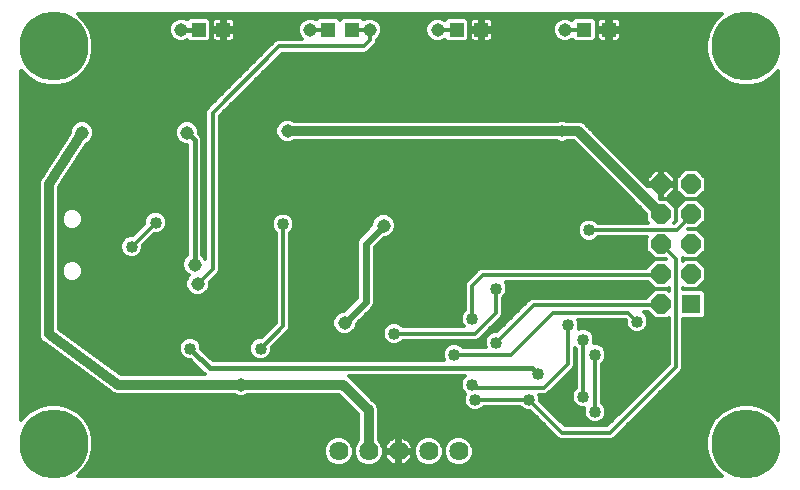
<source format=gbl>
G75*
G70*
%OFA0B0*%
%FSLAX24Y24*%
%IPPOS*%
%LPD*%
%AMOC8*
5,1,8,0,0,1.08239X$1,22.5*
%
%ADD10R,0.0472X0.0472*%
%ADD11C,0.0640*%
%ADD12C,0.2300*%
%ADD13R,0.0640X0.0640*%
%ADD14OC8,0.0640*%
%ADD15C,0.0120*%
%ADD16C,0.0450*%
%ADD17C,0.0400*%
%ADD18C,0.0320*%
%ADD19C,0.0240*%
%ADD20C,0.0160*%
D10*
X007619Y020644D03*
X008445Y020644D03*
X011919Y020644D03*
X012745Y020644D03*
X016219Y020644D03*
X017045Y020644D03*
X020469Y020644D03*
X021295Y020644D03*
D11*
X016282Y006594D03*
X015282Y006594D03*
X014282Y006594D03*
X013282Y006594D03*
X012282Y006594D03*
D12*
X002782Y006844D03*
X002782Y020092D03*
X025873Y020092D03*
X025873Y006844D03*
D13*
X024032Y011494D03*
D14*
X023032Y011494D03*
X023032Y012494D03*
X024032Y012494D03*
X024032Y013494D03*
X023032Y013494D03*
X023032Y014494D03*
X024032Y014494D03*
X024032Y015494D03*
X023032Y015494D03*
D15*
X025066Y005774D02*
X003589Y005774D01*
X003599Y005779D01*
X003846Y006027D01*
X004021Y006330D01*
X004112Y006669D01*
X004112Y007019D01*
X004021Y007357D01*
X003846Y007660D01*
X003599Y007908D01*
X003295Y008083D01*
X012686Y008083D01*
X012804Y007965D02*
X003501Y007965D01*
X003661Y007846D02*
X012923Y007846D01*
X012942Y007827D02*
X012942Y006961D01*
X012858Y006877D01*
X012782Y006693D01*
X012782Y006494D01*
X012858Y006310D01*
X012999Y006170D01*
X013182Y006094D01*
X013381Y006094D01*
X013565Y006170D01*
X013706Y006310D01*
X013782Y006494D01*
X013782Y006693D01*
X013706Y006877D01*
X013622Y006961D01*
X013622Y007900D01*
X013622Y008035D01*
X013570Y008160D01*
X012625Y009106D01*
X012620Y009108D01*
X016485Y009108D01*
X016410Y009033D01*
X016352Y008893D01*
X016352Y008742D01*
X016410Y008602D01*
X016501Y008511D01*
X016452Y008393D01*
X016452Y008242D01*
X016510Y008102D01*
X016617Y007996D01*
X016756Y007938D01*
X016908Y007938D01*
X017047Y007996D01*
X017129Y008078D01*
X018335Y008078D01*
X018417Y007996D01*
X018556Y007938D01*
X018673Y007938D01*
X019596Y007014D01*
X019684Y006978D01*
X019780Y006978D01*
X021284Y006978D01*
X021380Y006978D01*
X021468Y007014D01*
X023668Y009214D01*
X023735Y009282D01*
X023772Y009370D01*
X023772Y010994D01*
X024426Y010994D01*
X024532Y011099D01*
X024532Y011888D01*
X024426Y011994D01*
X023772Y011994D01*
X023772Y012047D01*
X023825Y011994D01*
X024239Y011994D01*
X024532Y012287D01*
X024532Y012701D01*
X024239Y012994D01*
X024532Y013287D01*
X024532Y013701D01*
X024239Y013994D01*
X024532Y014287D01*
X024532Y014701D01*
X024239Y014994D01*
X024532Y015287D01*
X024532Y015701D01*
X024239Y015994D01*
X023825Y015994D01*
X023532Y015701D01*
X023532Y015287D01*
X023825Y014994D01*
X024239Y014994D01*
X023825Y014994D01*
X023532Y014701D01*
X023239Y014994D01*
X023013Y014994D01*
X022992Y015015D01*
X022992Y015453D01*
X023072Y015453D01*
X023072Y015014D01*
X023231Y015014D01*
X023512Y015295D01*
X023512Y015454D01*
X023072Y015454D01*
X023072Y015534D01*
X022992Y015534D01*
X022992Y015974D01*
X022833Y015974D01*
X022552Y015692D01*
X022552Y015534D01*
X022992Y015534D01*
X022992Y015454D01*
X022553Y015454D01*
X020451Y017556D01*
X020326Y017608D01*
X020190Y017608D01*
X019904Y017608D01*
X019808Y017648D01*
X019656Y017648D01*
X019560Y017608D01*
X010815Y017608D01*
X010811Y017611D01*
X010663Y017673D01*
X010501Y017673D01*
X010353Y017611D01*
X010239Y017497D01*
X010177Y017348D01*
X010177Y017187D01*
X010239Y017038D01*
X010353Y016924D01*
X010501Y016863D01*
X010663Y016863D01*
X010811Y016924D01*
X010815Y016928D01*
X019560Y016928D01*
X019656Y016888D01*
X019808Y016888D01*
X019904Y016928D01*
X020117Y016928D01*
X022532Y014513D01*
X022532Y014287D01*
X022611Y014208D01*
X020929Y014208D01*
X020847Y014290D01*
X020708Y014348D01*
X020556Y014348D01*
X020417Y014290D01*
X020310Y014183D01*
X020252Y014043D01*
X020252Y013892D01*
X020310Y013752D01*
X020417Y013646D01*
X020556Y013588D01*
X020708Y013588D01*
X020847Y013646D01*
X020929Y013728D01*
X022559Y013728D01*
X022532Y013701D01*
X022532Y013287D01*
X022825Y012994D01*
X023193Y012994D01*
X022825Y012994D01*
X022539Y012708D01*
X017034Y012708D01*
X016946Y012671D01*
X016879Y012604D01*
X016879Y012604D01*
X016596Y012321D01*
X016529Y012254D01*
X016492Y012165D01*
X016492Y011315D01*
X016410Y011233D01*
X016352Y011093D01*
X016352Y010942D01*
X016410Y010802D01*
X016455Y010758D01*
X014429Y010758D01*
X014347Y010840D01*
X014208Y010898D01*
X014056Y010898D01*
X013917Y010840D01*
X013810Y010733D01*
X013752Y010593D01*
X013752Y010442D01*
X013810Y010302D01*
X013917Y010196D01*
X014056Y010138D01*
X014208Y010138D01*
X014347Y010196D01*
X014429Y010278D01*
X016784Y010278D01*
X016880Y010278D01*
X016968Y010314D01*
X017735Y011082D01*
X017772Y011170D01*
X017772Y011265D01*
X017772Y011720D01*
X017854Y011802D01*
X017912Y011942D01*
X017912Y012093D01*
X017856Y012228D01*
X022591Y012228D01*
X022825Y011994D01*
X023239Y011994D01*
X023292Y012047D01*
X023292Y011941D01*
X023239Y011994D01*
X022825Y011994D01*
X022539Y011708D01*
X018734Y011708D01*
X018646Y011671D01*
X018579Y011604D01*
X017573Y010598D01*
X017456Y010598D01*
X017317Y010540D01*
X017210Y010433D01*
X017152Y010293D01*
X017152Y010142D01*
X017187Y010058D01*
X016429Y010058D01*
X016347Y010140D01*
X016208Y010198D01*
X016056Y010198D01*
X015917Y010140D01*
X015810Y010033D01*
X015752Y009893D01*
X015752Y009742D01*
X015799Y009628D01*
X008090Y009628D01*
X007712Y010005D01*
X007712Y010093D01*
X007654Y010233D01*
X007547Y010340D01*
X007408Y010398D01*
X007256Y010398D01*
X007117Y010340D01*
X007010Y010233D01*
X006952Y010093D01*
X006952Y009942D01*
X007010Y009802D01*
X007117Y009696D01*
X007256Y009638D01*
X007344Y009638D01*
X007762Y009220D01*
X007824Y009158D01*
X005043Y009158D01*
X002972Y010667D01*
X002972Y015394D01*
X003900Y016849D01*
X003961Y016874D01*
X004075Y016988D01*
X004137Y017137D01*
X004137Y017298D01*
X004075Y017447D01*
X003961Y017561D01*
X003813Y017623D01*
X003651Y017623D01*
X003503Y017561D01*
X003389Y017447D01*
X003327Y017298D01*
X003327Y017215D01*
X002365Y015708D01*
X002344Y015686D01*
X002329Y015651D01*
X002309Y015620D01*
X002304Y015590D01*
X002292Y015561D01*
X002292Y015524D01*
X002285Y015486D01*
X002292Y015457D01*
X002292Y010534D01*
X002286Y010508D01*
X002292Y010467D01*
X002292Y010426D01*
X002302Y010401D01*
X002307Y010374D01*
X002328Y010339D01*
X002344Y010301D01*
X002363Y010282D01*
X002377Y010259D01*
X002410Y010235D01*
X002439Y010205D01*
X002464Y010195D01*
X004710Y008559D01*
X004739Y008529D01*
X004764Y008519D01*
X004786Y008503D01*
X004826Y008493D01*
X004864Y008478D01*
X004891Y008478D01*
X004918Y008471D01*
X004958Y008478D01*
X008799Y008478D01*
X008803Y008474D01*
X008951Y008413D01*
X009113Y008413D01*
X009261Y008474D01*
X009265Y008478D01*
X012291Y008478D01*
X012942Y007827D01*
X012942Y007727D02*
X003779Y007727D01*
X003876Y007609D02*
X012942Y007609D01*
X012942Y007490D02*
X003944Y007490D01*
X004013Y007372D02*
X012942Y007372D01*
X012942Y007253D02*
X004049Y007253D01*
X004081Y007135D02*
X012942Y007135D01*
X012942Y007016D02*
X012566Y007016D01*
X012565Y007018D02*
X012381Y007094D01*
X012182Y007094D01*
X011999Y007018D01*
X011858Y006877D01*
X011782Y006693D01*
X011782Y006494D01*
X011858Y006310D01*
X011999Y006170D01*
X012182Y006094D01*
X012381Y006094D01*
X012565Y006170D01*
X012706Y006310D01*
X012782Y006494D01*
X012782Y006693D01*
X012706Y006877D01*
X012565Y007018D01*
X012685Y006898D02*
X012879Y006898D01*
X012818Y006779D02*
X012746Y006779D01*
X012782Y006661D02*
X012782Y006661D01*
X012782Y006542D02*
X012782Y006542D01*
X012753Y006424D02*
X012811Y006424D01*
X012864Y006305D02*
X012700Y006305D01*
X012582Y006186D02*
X012982Y006186D01*
X013582Y006186D02*
X014026Y006186D01*
X014030Y006183D02*
X014098Y006149D01*
X014170Y006126D01*
X014242Y006114D01*
X014242Y006553D01*
X014322Y006553D01*
X014322Y006114D01*
X014394Y006126D01*
X014466Y006149D01*
X014534Y006183D01*
X014595Y006228D01*
X014648Y006281D01*
X014692Y006342D01*
X014727Y006409D01*
X014750Y006481D01*
X014762Y006554D01*
X014322Y006554D01*
X014322Y006634D01*
X014242Y006634D01*
X014242Y007073D01*
X014170Y007062D01*
X014098Y007039D01*
X014030Y007004D01*
X013969Y006960D01*
X013916Y006906D01*
X013871Y006845D01*
X013837Y006778D01*
X013814Y006706D01*
X013802Y006634D01*
X014242Y006634D01*
X014242Y006554D01*
X013802Y006554D01*
X013814Y006481D01*
X013837Y006409D01*
X013871Y006342D01*
X013916Y006281D01*
X013969Y006228D01*
X014030Y006183D01*
X013898Y006305D02*
X013700Y006305D01*
X013753Y006424D02*
X013833Y006424D01*
X013804Y006542D02*
X013782Y006542D01*
X013782Y006661D02*
X013807Y006661D01*
X013838Y006779D02*
X013746Y006779D01*
X013685Y006898D02*
X013910Y006898D01*
X014054Y007016D02*
X013622Y007016D01*
X013622Y007135D02*
X019475Y007135D01*
X019357Y007253D02*
X013622Y007253D01*
X013622Y007372D02*
X019238Y007372D01*
X019120Y007490D02*
X013622Y007490D01*
X013622Y007609D02*
X019001Y007609D01*
X018883Y007727D02*
X013622Y007727D01*
X013622Y007846D02*
X018764Y007846D01*
X018491Y007965D02*
X016972Y007965D01*
X016691Y007965D02*
X013622Y007965D01*
X013602Y008083D02*
X016529Y008083D01*
X016469Y008202D02*
X013529Y008202D01*
X013410Y008320D02*
X016452Y008320D01*
X016471Y008439D02*
X013292Y008439D01*
X013173Y008557D02*
X016455Y008557D01*
X016379Y008676D02*
X013055Y008676D01*
X012936Y008794D02*
X016352Y008794D01*
X016360Y008913D02*
X012818Y008913D01*
X012699Y009031D02*
X016409Y009031D01*
X016732Y008818D02*
X016832Y008718D01*
X019132Y008718D01*
X019932Y009518D01*
X019932Y010818D01*
X020312Y010810D02*
X021865Y010810D01*
X021852Y010842D02*
X021910Y010702D01*
X022017Y010596D01*
X022156Y010538D01*
X022308Y010538D01*
X022447Y010596D01*
X022554Y010702D01*
X022612Y010842D01*
X022612Y010993D01*
X022554Y011133D01*
X022459Y011228D01*
X022591Y011228D01*
X022825Y010994D01*
X023239Y010994D01*
X023292Y011047D01*
X023292Y009517D01*
X021233Y007458D01*
X019831Y007458D01*
X019012Y008277D01*
X019012Y008393D01*
X018977Y008478D01*
X019180Y008478D01*
X019268Y008514D01*
X019335Y008582D01*
X020135Y009382D01*
X020172Y009470D01*
X020172Y009565D01*
X020172Y010040D01*
X020192Y010020D01*
X020192Y008715D01*
X020110Y008633D01*
X020052Y008493D01*
X020052Y008342D01*
X020110Y008202D01*
X020217Y008096D01*
X020356Y008038D01*
X020470Y008038D01*
X020452Y007993D01*
X020452Y007842D01*
X020510Y007702D01*
X020617Y007596D01*
X020756Y007538D01*
X020908Y007538D01*
X021047Y007596D01*
X021154Y007702D01*
X021212Y007842D01*
X021212Y007993D01*
X021154Y008133D01*
X021072Y008215D01*
X021072Y009520D01*
X021154Y009602D01*
X021212Y009742D01*
X021212Y009893D01*
X021154Y010033D01*
X021047Y010140D01*
X020908Y010198D01*
X020794Y010198D01*
X020812Y010242D01*
X020812Y010393D01*
X020754Y010533D01*
X020647Y010640D01*
X020508Y010698D01*
X020356Y010698D01*
X020281Y010666D01*
X020312Y010742D01*
X020312Y010893D01*
X020277Y010978D01*
X021833Y010978D01*
X021852Y010958D01*
X021852Y010842D01*
X021852Y010928D02*
X020298Y010928D01*
X020291Y010691D02*
X020340Y010691D01*
X020524Y010691D02*
X021921Y010691D01*
X022072Y010573D02*
X020715Y010573D01*
X020787Y010454D02*
X023292Y010454D01*
X023292Y010573D02*
X022392Y010573D01*
X022543Y010691D02*
X023292Y010691D01*
X023292Y010810D02*
X022598Y010810D01*
X022612Y010928D02*
X023292Y010928D01*
X023772Y010928D02*
X026943Y010928D01*
X026943Y010810D02*
X023772Y010810D01*
X023772Y010691D02*
X026943Y010691D01*
X026943Y010573D02*
X023772Y010573D01*
X023772Y010454D02*
X026943Y010454D01*
X026943Y010335D02*
X023772Y010335D01*
X023772Y010217D02*
X026943Y010217D01*
X026943Y010098D02*
X023772Y010098D01*
X023772Y009980D02*
X026943Y009980D01*
X026943Y009861D02*
X023772Y009861D01*
X023772Y009743D02*
X026943Y009743D01*
X026943Y009624D02*
X023772Y009624D01*
X023772Y009506D02*
X026943Y009506D01*
X026943Y009387D02*
X023772Y009387D01*
X023722Y009269D02*
X026943Y009269D01*
X026943Y009150D02*
X023604Y009150D01*
X023485Y009031D02*
X026943Y009031D01*
X026943Y008913D02*
X023367Y008913D01*
X023248Y008794D02*
X026943Y008794D01*
X026943Y008676D02*
X023129Y008676D01*
X023011Y008557D02*
X026943Y008557D01*
X026943Y008439D02*
X022892Y008439D01*
X022774Y008320D02*
X026943Y008320D01*
X026943Y008202D02*
X022655Y008202D01*
X022537Y008083D02*
X025359Y008083D01*
X025056Y007908D01*
X024808Y007660D01*
X024633Y007357D01*
X024543Y007019D01*
X024543Y006669D01*
X024633Y006330D01*
X024808Y006027D01*
X025056Y005779D01*
X025066Y005774D01*
X025004Y005831D02*
X003650Y005831D01*
X003769Y005949D02*
X024886Y005949D01*
X024785Y006068D02*
X003870Y006068D01*
X003938Y006186D02*
X011982Y006186D01*
X011864Y006305D02*
X004007Y006305D01*
X004046Y006424D02*
X011811Y006424D01*
X011782Y006542D02*
X004078Y006542D01*
X004110Y006661D02*
X011782Y006661D01*
X011818Y006779D02*
X004112Y006779D01*
X004112Y006898D02*
X011879Y006898D01*
X011997Y007016D02*
X004112Y007016D01*
X003295Y008083D02*
X002957Y008174D01*
X002607Y008174D01*
X002269Y008083D01*
X001712Y008083D01*
X001712Y007965D02*
X002063Y007965D01*
X001965Y007908D02*
X001718Y007660D01*
X001712Y007650D01*
X001712Y019285D01*
X001718Y019275D01*
X001965Y019027D01*
X002269Y018852D01*
X002607Y018762D01*
X002957Y018762D01*
X003295Y018852D01*
X003599Y019027D01*
X003846Y019275D01*
X004021Y019578D01*
X004112Y019917D01*
X004112Y020267D01*
X004021Y020605D01*
X003846Y020908D01*
X003599Y021156D01*
X003589Y021162D01*
X025066Y021162D01*
X025056Y021156D01*
X024808Y020908D01*
X024633Y020605D01*
X024543Y020267D01*
X024543Y019917D01*
X024633Y019578D01*
X024808Y019275D01*
X025056Y019027D01*
X025359Y018852D01*
X025697Y018762D01*
X026048Y018762D01*
X026386Y018852D01*
X026689Y019027D01*
X026937Y019275D01*
X026943Y019285D01*
X026943Y007650D01*
X026937Y007660D01*
X026689Y007908D01*
X026386Y008083D01*
X026048Y008174D01*
X025697Y008174D01*
X025359Y008083D01*
X025154Y007965D02*
X022418Y007965D01*
X022300Y007846D02*
X024994Y007846D01*
X024875Y007727D02*
X022181Y007727D01*
X022063Y007609D02*
X024779Y007609D01*
X024710Y007490D02*
X021944Y007490D01*
X021826Y007372D02*
X024642Y007372D01*
X024605Y007253D02*
X021707Y007253D01*
X021588Y007135D02*
X024574Y007135D01*
X024543Y007016D02*
X021470Y007016D01*
X021332Y007218D02*
X023532Y009418D01*
X023532Y012994D01*
X023032Y013494D01*
X022532Y013536D02*
X013625Y013536D01*
X013743Y013655D02*
X020408Y013655D01*
X020301Y013773D02*
X014009Y013773D01*
X014011Y013774D02*
X014125Y013888D01*
X014187Y014037D01*
X014187Y014198D01*
X014125Y014347D01*
X014011Y014461D01*
X013863Y014523D01*
X013701Y014523D01*
X013553Y014461D01*
X013439Y014347D01*
X013377Y014198D01*
X013377Y014137D01*
X012928Y013688D01*
X012882Y013577D01*
X012882Y013458D01*
X012882Y011692D01*
X012463Y011273D01*
X012401Y011273D01*
X012253Y011211D01*
X012139Y011097D01*
X012077Y010948D01*
X012077Y010787D01*
X012139Y010638D01*
X012253Y010524D01*
X012401Y010463D01*
X012563Y010463D01*
X012711Y010524D01*
X012825Y010638D01*
X012887Y010787D01*
X012887Y010848D01*
X013352Y011313D01*
X013436Y011398D01*
X013482Y011508D01*
X013482Y013393D01*
X013801Y013713D01*
X013863Y013713D01*
X014011Y013774D01*
X014127Y013892D02*
X020252Y013892D01*
X020252Y014010D02*
X014176Y014010D01*
X014187Y014129D02*
X020287Y014129D01*
X020374Y014247D02*
X014167Y014247D01*
X014106Y014366D02*
X022532Y014366D01*
X022532Y014484D02*
X013955Y014484D01*
X013609Y014484D02*
X010653Y014484D01*
X010647Y014490D02*
X010508Y014548D01*
X010356Y014548D01*
X010217Y014490D01*
X010110Y014383D01*
X010052Y014243D01*
X010052Y014092D01*
X010110Y013952D01*
X010192Y013870D01*
X010192Y010867D01*
X009723Y010398D01*
X009606Y010398D01*
X009467Y010340D01*
X009360Y010233D01*
X009302Y010093D01*
X009302Y009942D01*
X009360Y009802D01*
X009467Y009696D01*
X009606Y009638D01*
X009758Y009638D01*
X009897Y009696D01*
X010004Y009802D01*
X010062Y009942D01*
X010062Y010058D01*
X010635Y010632D01*
X010672Y010720D01*
X010672Y010815D01*
X010672Y013870D01*
X010754Y013952D01*
X010812Y014092D01*
X010812Y014243D01*
X010754Y014383D01*
X010647Y014490D01*
X010761Y014366D02*
X013457Y014366D01*
X013397Y014247D02*
X010810Y014247D01*
X010812Y014129D02*
X013369Y014129D01*
X013250Y014010D02*
X010778Y014010D01*
X010693Y013892D02*
X013132Y013892D01*
X013013Y013773D02*
X010672Y013773D01*
X010672Y013655D02*
X012914Y013655D01*
X012882Y013536D02*
X010672Y013536D01*
X010672Y013418D02*
X012882Y013418D01*
X012882Y013299D02*
X010672Y013299D01*
X010672Y013180D02*
X012882Y013180D01*
X012882Y013062D02*
X010672Y013062D01*
X010672Y012943D02*
X012882Y012943D01*
X012882Y012825D02*
X010672Y012825D01*
X010672Y012706D02*
X012882Y012706D01*
X012882Y012588D02*
X010672Y012588D01*
X010672Y012469D02*
X012882Y012469D01*
X012882Y012351D02*
X010672Y012351D01*
X010672Y012232D02*
X012882Y012232D01*
X012882Y012114D02*
X010672Y012114D01*
X010672Y011995D02*
X012882Y011995D01*
X012882Y011876D02*
X010672Y011876D01*
X010672Y011758D02*
X012882Y011758D01*
X012829Y011639D02*
X010672Y011639D01*
X010672Y011521D02*
X012711Y011521D01*
X012592Y011402D02*
X010672Y011402D01*
X010672Y011284D02*
X012474Y011284D01*
X012207Y011165D02*
X010672Y011165D01*
X010672Y011047D02*
X012118Y011047D01*
X012077Y010928D02*
X010672Y010928D01*
X010672Y010810D02*
X012077Y010810D01*
X012117Y010691D02*
X010660Y010691D01*
X010576Y010573D02*
X012204Y010573D01*
X012760Y010573D02*
X013752Y010573D01*
X013752Y010454D02*
X010458Y010454D01*
X010339Y010335D02*
X013796Y010335D01*
X013895Y010217D02*
X010221Y010217D01*
X010102Y010098D02*
X015875Y010098D01*
X015788Y009980D02*
X010062Y009980D01*
X010028Y009861D02*
X015752Y009861D01*
X015752Y009743D02*
X009944Y009743D01*
X009682Y010018D02*
X010432Y010768D01*
X010432Y014168D01*
X010086Y014010D02*
X008322Y014010D01*
X008322Y013892D02*
X010171Y013892D01*
X010192Y013773D02*
X008322Y013773D01*
X008322Y013655D02*
X010192Y013655D01*
X010192Y013536D02*
X008322Y013536D01*
X008322Y013418D02*
X010192Y013418D01*
X010192Y013299D02*
X008322Y013299D01*
X008322Y013180D02*
X010192Y013180D01*
X010192Y013062D02*
X008322Y013062D01*
X008322Y012943D02*
X010192Y012943D01*
X010192Y012825D02*
X008322Y012825D01*
X008322Y012706D02*
X010192Y012706D01*
X010192Y012588D02*
X008309Y012588D01*
X008322Y012620D02*
X008322Y017768D01*
X010407Y019854D01*
X013180Y019854D01*
X013268Y019890D01*
X013335Y019958D01*
X013535Y020158D01*
X013572Y020246D01*
X013572Y020311D01*
X013675Y020414D01*
X013737Y020563D01*
X013737Y020724D01*
X013675Y020873D01*
X013561Y020987D01*
X013413Y021049D01*
X013251Y021049D01*
X013121Y020995D01*
X013056Y021060D01*
X012435Y021060D01*
X012332Y020957D01*
X012229Y021060D01*
X011608Y021060D01*
X011543Y020995D01*
X011413Y021049D01*
X011251Y021049D01*
X011103Y020987D01*
X010989Y020873D01*
X010927Y020724D01*
X010927Y020563D01*
X010989Y020414D01*
X011069Y020334D01*
X010356Y020334D01*
X010260Y020334D01*
X010172Y020297D01*
X007879Y018004D01*
X007842Y017915D01*
X007842Y017820D01*
X007842Y013007D01*
X007825Y013047D01*
X007742Y013130D01*
X007742Y016916D01*
X007742Y017019D01*
X007702Y017115D01*
X007637Y017180D01*
X007637Y017298D01*
X007575Y017447D01*
X007461Y017561D01*
X007313Y017623D01*
X007151Y017623D01*
X007003Y017561D01*
X006889Y017447D01*
X006827Y017298D01*
X006827Y017137D01*
X006889Y016988D01*
X007003Y016874D01*
X007151Y016813D01*
X007222Y016813D01*
X007222Y013130D01*
X007139Y013047D01*
X007077Y012898D01*
X007077Y012737D01*
X007139Y012588D01*
X003764Y012588D01*
X003764Y012531D02*
X003710Y012399D01*
X003609Y012299D01*
X003478Y012244D01*
X003336Y012244D01*
X003205Y012299D01*
X003104Y012399D01*
X003050Y012531D01*
X003050Y012673D01*
X003104Y012804D01*
X003205Y012904D01*
X003336Y012959D01*
X003478Y012959D01*
X003609Y012904D01*
X003710Y012804D01*
X003764Y012673D01*
X003764Y012531D01*
X003739Y012469D02*
X007265Y012469D01*
X007253Y012474D02*
X007297Y012456D01*
X007239Y012397D01*
X007177Y012248D01*
X007177Y012087D01*
X007239Y011938D01*
X007353Y011824D01*
X007501Y011763D01*
X007663Y011763D01*
X007811Y011824D01*
X007925Y011938D01*
X007987Y012087D01*
X007987Y012233D01*
X008218Y012464D01*
X008285Y012532D01*
X008322Y012620D01*
X008223Y012469D02*
X010192Y012469D01*
X010192Y012351D02*
X008104Y012351D01*
X007987Y012232D02*
X010192Y012232D01*
X010192Y012114D02*
X007987Y012114D01*
X007949Y011995D02*
X010192Y011995D01*
X010192Y011876D02*
X007864Y011876D01*
X007582Y012168D02*
X008082Y012668D01*
X008082Y017868D01*
X010308Y020094D01*
X013132Y020094D01*
X013332Y020294D01*
X013332Y020644D01*
X012745Y020644D01*
X012379Y021004D02*
X012285Y021004D01*
X011919Y020644D02*
X011332Y020644D01*
X010927Y020649D02*
X008504Y020649D01*
X008504Y020702D02*
X008842Y020702D01*
X008842Y020901D01*
X008831Y020942D01*
X008810Y020978D01*
X008780Y021008D01*
X008743Y021029D01*
X008703Y021040D01*
X008503Y021040D01*
X008503Y020702D01*
X008387Y020702D01*
X008387Y021040D01*
X008188Y021040D01*
X008147Y021029D01*
X008111Y021008D01*
X008081Y020978D01*
X008060Y020942D01*
X008049Y020901D01*
X008049Y020702D01*
X008387Y020702D01*
X008387Y020586D01*
X008049Y020586D01*
X008049Y020386D01*
X008060Y020346D01*
X008081Y020309D01*
X008111Y020279D01*
X008147Y020258D01*
X008188Y020247D01*
X008387Y020247D01*
X008387Y020585D01*
X008503Y020585D01*
X008503Y020247D01*
X008703Y020247D01*
X008743Y020258D01*
X008780Y020279D01*
X008810Y020309D01*
X008831Y020346D01*
X008842Y020386D01*
X008842Y020586D01*
X008504Y020586D01*
X008504Y020702D01*
X008503Y020767D02*
X008387Y020767D01*
X008387Y020649D02*
X008035Y020649D01*
X008035Y020767D02*
X008049Y020767D01*
X008035Y020886D02*
X008049Y020886D01*
X008035Y020954D02*
X007929Y021060D01*
X007308Y021060D01*
X007243Y020995D01*
X007113Y021049D01*
X006951Y021049D01*
X006803Y020987D01*
X006689Y020873D01*
X006627Y020724D01*
X006627Y020563D01*
X006689Y020414D01*
X006803Y020300D01*
X006951Y020239D01*
X007113Y020239D01*
X007243Y020293D01*
X007308Y020227D01*
X007929Y020227D01*
X008035Y020333D01*
X008035Y020954D01*
X007985Y021004D02*
X008107Y021004D01*
X008387Y021004D02*
X008503Y021004D01*
X008503Y020886D02*
X008387Y020886D01*
X008783Y021004D02*
X011144Y021004D01*
X011001Y020886D02*
X008842Y020886D01*
X008842Y020767D02*
X010945Y020767D01*
X010941Y020530D02*
X008842Y020530D01*
X008842Y020412D02*
X010991Y020412D01*
X011520Y021004D02*
X011552Y021004D01*
X010168Y020293D02*
X008793Y020293D01*
X008503Y020293D02*
X008387Y020293D01*
X008387Y020412D02*
X008503Y020412D01*
X008503Y020530D02*
X008387Y020530D01*
X008049Y020530D02*
X008035Y020530D01*
X008035Y020412D02*
X008049Y020412D01*
X008097Y020293D02*
X007995Y020293D01*
X007252Y021004D02*
X007220Y021004D01*
X006844Y021004D02*
X003750Y021004D01*
X003859Y020886D02*
X006701Y020886D01*
X006645Y020767D02*
X003928Y020767D01*
X003996Y020649D02*
X006627Y020649D01*
X006641Y020530D02*
X004041Y020530D01*
X004073Y020412D02*
X006691Y020412D01*
X006820Y020293D02*
X004105Y020293D01*
X004112Y020175D02*
X010049Y020175D01*
X009931Y020056D02*
X004112Y020056D01*
X004112Y019937D02*
X009812Y019937D01*
X009694Y019819D02*
X004086Y019819D01*
X004054Y019700D02*
X009575Y019700D01*
X009457Y019582D02*
X004022Y019582D01*
X003955Y019463D02*
X009338Y019463D01*
X009220Y019345D02*
X003886Y019345D01*
X003797Y019226D02*
X009101Y019226D01*
X008982Y019108D02*
X003679Y019108D01*
X003532Y018989D02*
X008864Y018989D01*
X008745Y018871D02*
X003327Y018871D01*
X002237Y018871D02*
X001712Y018871D01*
X001712Y018989D02*
X002032Y018989D01*
X001885Y019108D02*
X001712Y019108D01*
X001712Y019226D02*
X001767Y019226D01*
X001712Y018752D02*
X008627Y018752D01*
X008508Y018633D02*
X001712Y018633D01*
X001712Y018515D02*
X008390Y018515D01*
X008271Y018396D02*
X001712Y018396D01*
X001712Y018278D02*
X008153Y018278D01*
X008034Y018159D02*
X001712Y018159D01*
X001712Y018041D02*
X007916Y018041D01*
X007845Y017922D02*
X001712Y017922D01*
X001712Y017804D02*
X007842Y017804D01*
X007842Y017685D02*
X001712Y017685D01*
X001712Y017567D02*
X003516Y017567D01*
X003390Y017448D02*
X001712Y017448D01*
X001712Y017329D02*
X003340Y017329D01*
X003324Y017211D02*
X001712Y017211D01*
X001712Y017092D02*
X003249Y017092D01*
X003173Y016974D02*
X001712Y016974D01*
X001712Y016855D02*
X003097Y016855D01*
X003022Y016737D02*
X001712Y016737D01*
X001712Y016618D02*
X002946Y016618D01*
X002871Y016500D02*
X001712Y016500D01*
X001712Y016381D02*
X002795Y016381D01*
X002719Y016263D02*
X001712Y016263D01*
X001712Y016144D02*
X002644Y016144D01*
X002568Y016026D02*
X001712Y016026D01*
X001712Y015907D02*
X002492Y015907D01*
X002417Y015788D02*
X001712Y015788D01*
X001712Y015670D02*
X002337Y015670D01*
X002292Y015551D02*
X001712Y015551D01*
X001712Y015433D02*
X002292Y015433D01*
X002292Y015314D02*
X001712Y015314D01*
X001712Y015196D02*
X002292Y015196D01*
X002292Y015077D02*
X001712Y015077D01*
X001712Y014959D02*
X002292Y014959D01*
X002292Y014840D02*
X001712Y014840D01*
X001712Y014722D02*
X002292Y014722D01*
X002292Y014603D02*
X001712Y014603D01*
X001712Y014484D02*
X002292Y014484D01*
X002292Y014366D02*
X001712Y014366D01*
X001712Y014247D02*
X002292Y014247D01*
X002292Y014129D02*
X001712Y014129D01*
X001712Y014010D02*
X002292Y014010D01*
X002292Y013892D02*
X001712Y013892D01*
X001712Y013773D02*
X002292Y013773D01*
X002292Y013655D02*
X001712Y013655D01*
X001712Y013536D02*
X002292Y013536D01*
X002292Y013418D02*
X001712Y013418D01*
X001712Y013299D02*
X002292Y013299D01*
X002292Y013180D02*
X001712Y013180D01*
X001712Y013062D02*
X002292Y013062D01*
X002292Y012943D02*
X001712Y012943D01*
X001712Y012825D02*
X002292Y012825D01*
X002292Y012706D02*
X001712Y012706D01*
X001712Y012588D02*
X002292Y012588D01*
X002292Y012469D02*
X001712Y012469D01*
X001712Y012351D02*
X002292Y012351D01*
X002292Y012232D02*
X001712Y012232D01*
X001712Y012114D02*
X002292Y012114D01*
X002292Y011995D02*
X001712Y011995D01*
X001712Y011876D02*
X002292Y011876D01*
X002292Y011758D02*
X001712Y011758D01*
X001712Y011639D02*
X002292Y011639D01*
X002292Y011521D02*
X001712Y011521D01*
X001712Y011402D02*
X002292Y011402D01*
X002292Y011284D02*
X001712Y011284D01*
X001712Y011165D02*
X002292Y011165D01*
X002292Y011047D02*
X001712Y011047D01*
X001712Y010928D02*
X002292Y010928D01*
X002292Y010810D02*
X001712Y010810D01*
X001712Y010691D02*
X002292Y010691D01*
X002292Y010573D02*
X001712Y010573D01*
X001712Y010454D02*
X002292Y010454D01*
X002330Y010335D02*
X001712Y010335D01*
X001712Y010217D02*
X002428Y010217D01*
X002597Y010098D02*
X001712Y010098D01*
X001712Y009980D02*
X002760Y009980D01*
X002923Y009861D02*
X001712Y009861D01*
X001712Y009743D02*
X003085Y009743D01*
X003248Y009624D02*
X001712Y009624D01*
X001712Y009506D02*
X003411Y009506D01*
X003573Y009387D02*
X001712Y009387D01*
X001712Y009269D02*
X003736Y009269D01*
X003899Y009150D02*
X001712Y009150D01*
X001712Y009031D02*
X004061Y009031D01*
X004224Y008913D02*
X001712Y008913D01*
X001712Y008794D02*
X004387Y008794D01*
X004549Y008676D02*
X001712Y008676D01*
X001712Y008557D02*
X004712Y008557D01*
X004891Y009269D02*
X007713Y009269D01*
X007595Y009387D02*
X004728Y009387D01*
X004565Y009506D02*
X007476Y009506D01*
X007358Y009624D02*
X004402Y009624D01*
X004240Y009743D02*
X007070Y009743D01*
X006985Y009861D02*
X004077Y009861D01*
X003914Y009980D02*
X006952Y009980D01*
X006954Y010098D02*
X003752Y010098D01*
X003589Y010217D02*
X007003Y010217D01*
X007112Y010335D02*
X003426Y010335D01*
X003264Y010454D02*
X009779Y010454D01*
X009897Y010573D02*
X003101Y010573D01*
X002972Y010691D02*
X010016Y010691D01*
X010134Y010810D02*
X002972Y010810D01*
X002972Y010928D02*
X010192Y010928D01*
X010192Y011047D02*
X002972Y011047D01*
X002972Y011165D02*
X010192Y011165D01*
X010192Y011284D02*
X002972Y011284D01*
X002972Y011402D02*
X010192Y011402D01*
X010192Y011521D02*
X002972Y011521D01*
X002972Y011639D02*
X010192Y011639D01*
X010192Y011758D02*
X002972Y011758D01*
X002972Y011876D02*
X007300Y011876D01*
X007215Y011995D02*
X002972Y011995D01*
X002972Y012114D02*
X007177Y012114D01*
X007177Y012232D02*
X002972Y012232D01*
X002972Y012351D02*
X003153Y012351D01*
X003075Y012469D02*
X002972Y012469D01*
X002972Y012588D02*
X003050Y012588D01*
X003064Y012706D02*
X002972Y012706D01*
X002972Y012825D02*
X003125Y012825D01*
X002972Y012943D02*
X003299Y012943D01*
X003515Y012943D02*
X007096Y012943D01*
X007077Y012825D02*
X003689Y012825D01*
X003750Y012706D02*
X007090Y012706D01*
X007139Y012588D02*
X007253Y012474D01*
X007219Y012351D02*
X003661Y012351D01*
X002972Y013062D02*
X005248Y013062D01*
X005306Y013038D02*
X005167Y013096D01*
X005060Y013202D01*
X005002Y013342D01*
X005002Y013493D01*
X005060Y013633D01*
X005167Y013740D01*
X005306Y013798D01*
X005423Y013798D01*
X005802Y014177D01*
X005802Y014293D01*
X005860Y014433D01*
X005967Y014540D01*
X006106Y014598D01*
X006258Y014598D01*
X006397Y014540D01*
X006504Y014433D01*
X006562Y014293D01*
X006562Y014142D01*
X006504Y014002D01*
X006397Y013896D01*
X006258Y013838D01*
X006141Y013838D01*
X005762Y013458D01*
X005762Y013342D01*
X005704Y013202D01*
X005597Y013096D01*
X005458Y013038D01*
X005306Y013038D01*
X005516Y013062D02*
X007153Y013062D01*
X007222Y013180D02*
X005682Y013180D01*
X005744Y013299D02*
X007222Y013299D01*
X007222Y013418D02*
X005762Y013418D01*
X005840Y013536D02*
X007222Y013536D01*
X007222Y013655D02*
X005958Y013655D01*
X006077Y013773D02*
X007222Y013773D01*
X007222Y013892D02*
X006388Y013892D01*
X006507Y014010D02*
X007222Y014010D01*
X007222Y014129D02*
X006556Y014129D01*
X006562Y014247D02*
X007222Y014247D01*
X007222Y014366D02*
X006532Y014366D01*
X006453Y014484D02*
X007222Y014484D01*
X007222Y014603D02*
X003643Y014603D01*
X003609Y014637D02*
X003478Y014691D01*
X003336Y014691D01*
X003205Y014637D01*
X003104Y014536D01*
X003050Y014405D01*
X003050Y014263D01*
X003104Y014132D01*
X003205Y014031D01*
X003336Y013977D01*
X003478Y013977D01*
X003609Y014031D01*
X003710Y014132D01*
X003764Y014263D01*
X003764Y014405D01*
X003710Y014536D01*
X003609Y014637D01*
X003731Y014484D02*
X005911Y014484D01*
X005832Y014366D02*
X003764Y014366D01*
X003758Y014247D02*
X005802Y014247D01*
X005754Y014129D02*
X003707Y014129D01*
X003559Y014010D02*
X005635Y014010D01*
X005517Y013892D02*
X002972Y013892D01*
X002972Y014010D02*
X003255Y014010D01*
X003107Y014129D02*
X002972Y014129D01*
X002972Y014247D02*
X003056Y014247D01*
X003050Y014366D02*
X002972Y014366D01*
X002972Y014484D02*
X003083Y014484D01*
X003171Y014603D02*
X002972Y014603D01*
X002972Y014722D02*
X007222Y014722D01*
X007222Y014840D02*
X002972Y014840D01*
X002972Y014959D02*
X007222Y014959D01*
X007222Y015077D02*
X002972Y015077D01*
X002972Y015196D02*
X007222Y015196D01*
X007222Y015314D02*
X002972Y015314D01*
X002996Y015433D02*
X007222Y015433D01*
X007222Y015551D02*
X003072Y015551D01*
X003148Y015670D02*
X007222Y015670D01*
X007222Y015788D02*
X003223Y015788D01*
X003299Y015907D02*
X007222Y015907D01*
X007222Y016026D02*
X003375Y016026D01*
X003450Y016144D02*
X007222Y016144D01*
X007222Y016263D02*
X003526Y016263D01*
X003601Y016381D02*
X007222Y016381D01*
X007222Y016500D02*
X003677Y016500D01*
X003753Y016618D02*
X007222Y016618D01*
X007222Y016737D02*
X003828Y016737D01*
X003915Y016855D02*
X007049Y016855D01*
X006903Y016974D02*
X004061Y016974D01*
X004118Y017092D02*
X006845Y017092D01*
X006827Y017211D02*
X004137Y017211D01*
X004124Y017329D02*
X006840Y017329D01*
X006890Y017448D02*
X004074Y017448D01*
X003948Y017567D02*
X007016Y017567D01*
X007448Y017567D02*
X007842Y017567D01*
X007842Y017448D02*
X007574Y017448D01*
X007624Y017329D02*
X007842Y017329D01*
X007842Y017211D02*
X007637Y017211D01*
X007712Y017092D02*
X007842Y017092D01*
X007842Y016974D02*
X007742Y016974D01*
X007742Y016855D02*
X007842Y016855D01*
X007842Y016737D02*
X007742Y016737D01*
X007742Y016618D02*
X007842Y016618D01*
X007842Y016500D02*
X007742Y016500D01*
X007742Y016381D02*
X007842Y016381D01*
X007842Y016263D02*
X007742Y016263D01*
X007742Y016144D02*
X007842Y016144D01*
X007842Y016026D02*
X007742Y016026D01*
X007742Y015907D02*
X007842Y015907D01*
X007842Y015788D02*
X007742Y015788D01*
X007742Y015670D02*
X007842Y015670D01*
X007842Y015551D02*
X007742Y015551D01*
X007742Y015433D02*
X007842Y015433D01*
X007842Y015314D02*
X007742Y015314D01*
X007742Y015196D02*
X007842Y015196D01*
X007842Y015077D02*
X007742Y015077D01*
X007742Y014959D02*
X007842Y014959D01*
X007842Y014840D02*
X007742Y014840D01*
X007742Y014722D02*
X007842Y014722D01*
X007842Y014603D02*
X007742Y014603D01*
X007742Y014484D02*
X007842Y014484D01*
X007842Y014366D02*
X007742Y014366D01*
X007742Y014247D02*
X007842Y014247D01*
X007842Y014129D02*
X007742Y014129D01*
X007742Y014010D02*
X007842Y014010D01*
X007842Y013892D02*
X007742Y013892D01*
X007742Y013773D02*
X007842Y013773D01*
X007842Y013655D02*
X007742Y013655D01*
X007742Y013536D02*
X007842Y013536D01*
X007842Y013418D02*
X007742Y013418D01*
X007742Y013299D02*
X007842Y013299D01*
X007842Y013180D02*
X007742Y013180D01*
X007810Y013062D02*
X007842Y013062D01*
X008322Y014129D02*
X010052Y014129D01*
X010054Y014247D02*
X008322Y014247D01*
X008322Y014366D02*
X010103Y014366D01*
X010211Y014484D02*
X008322Y014484D01*
X008322Y014603D02*
X022442Y014603D01*
X022323Y014722D02*
X008322Y014722D01*
X008322Y014840D02*
X022205Y014840D01*
X022086Y014959D02*
X008322Y014959D01*
X008322Y015077D02*
X021968Y015077D01*
X021849Y015196D02*
X008322Y015196D01*
X008322Y015314D02*
X021731Y015314D01*
X021612Y015433D02*
X008322Y015433D01*
X008322Y015551D02*
X021494Y015551D01*
X021375Y015670D02*
X008322Y015670D01*
X008322Y015788D02*
X021256Y015788D01*
X021138Y015907D02*
X008322Y015907D01*
X008322Y016026D02*
X021019Y016026D01*
X020901Y016144D02*
X008322Y016144D01*
X008322Y016263D02*
X020782Y016263D01*
X020664Y016381D02*
X008322Y016381D01*
X008322Y016500D02*
X020545Y016500D01*
X020427Y016618D02*
X008322Y016618D01*
X008322Y016737D02*
X020308Y016737D01*
X020190Y016855D02*
X008322Y016855D01*
X008322Y016974D02*
X010303Y016974D01*
X010216Y017092D02*
X008322Y017092D01*
X008322Y017211D02*
X010177Y017211D01*
X010177Y017329D02*
X008322Y017329D01*
X008322Y017448D02*
X010218Y017448D01*
X010308Y017567D02*
X008322Y017567D01*
X008322Y017685D02*
X026943Y017685D01*
X026943Y017567D02*
X020425Y017567D01*
X020558Y017448D02*
X026943Y017448D01*
X026943Y017329D02*
X020677Y017329D01*
X020795Y017211D02*
X026943Y017211D01*
X026943Y017092D02*
X020914Y017092D01*
X021033Y016974D02*
X026943Y016974D01*
X026943Y016855D02*
X021151Y016855D01*
X021270Y016737D02*
X026943Y016737D01*
X026943Y016618D02*
X021388Y016618D01*
X021507Y016500D02*
X026943Y016500D01*
X026943Y016381D02*
X021625Y016381D01*
X021744Y016263D02*
X026943Y016263D01*
X026943Y016144D02*
X021862Y016144D01*
X021981Y016026D02*
X026943Y016026D01*
X026943Y015907D02*
X024326Y015907D01*
X024444Y015788D02*
X026943Y015788D01*
X026943Y015670D02*
X024532Y015670D01*
X024532Y015551D02*
X026943Y015551D01*
X026943Y015433D02*
X024532Y015433D01*
X024532Y015314D02*
X026943Y015314D01*
X026943Y015196D02*
X024441Y015196D01*
X024323Y015077D02*
X026943Y015077D01*
X026943Y014959D02*
X024274Y014959D01*
X024393Y014840D02*
X026943Y014840D01*
X026943Y014722D02*
X024511Y014722D01*
X024532Y014603D02*
X026943Y014603D01*
X026943Y014484D02*
X024532Y014484D01*
X024532Y014366D02*
X026943Y014366D01*
X026943Y014247D02*
X024493Y014247D01*
X024374Y014129D02*
X026943Y014129D01*
X026943Y014010D02*
X024256Y014010D01*
X024239Y013994D02*
X023921Y013994D01*
X023921Y013994D01*
X024239Y013994D01*
X024341Y013892D02*
X026943Y013892D01*
X026943Y013773D02*
X024460Y013773D01*
X024532Y013655D02*
X026943Y013655D01*
X026943Y013536D02*
X024532Y013536D01*
X024532Y013418D02*
X026943Y013418D01*
X026943Y013299D02*
X024532Y013299D01*
X024426Y013180D02*
X026943Y013180D01*
X026943Y013062D02*
X024307Y013062D01*
X024239Y012994D02*
X023825Y012994D01*
X023768Y013050D01*
X023772Y013041D01*
X023772Y012946D01*
X023772Y012941D01*
X023825Y012994D01*
X024239Y012994D01*
X024289Y012943D02*
X026943Y012943D01*
X026943Y012825D02*
X024408Y012825D01*
X024526Y012706D02*
X026943Y012706D01*
X026943Y012588D02*
X024532Y012588D01*
X024532Y012469D02*
X026943Y012469D01*
X026943Y012351D02*
X024532Y012351D01*
X024477Y012232D02*
X026943Y012232D01*
X026943Y012114D02*
X024359Y012114D01*
X024240Y011995D02*
X026943Y011995D01*
X026943Y011876D02*
X024532Y011876D01*
X024532Y011758D02*
X026943Y011758D01*
X026943Y011639D02*
X024532Y011639D01*
X024532Y011521D02*
X026943Y011521D01*
X026943Y011402D02*
X024532Y011402D01*
X024532Y011284D02*
X026943Y011284D01*
X026943Y011165D02*
X024532Y011165D01*
X024479Y011047D02*
X026943Y011047D01*
X023824Y011995D02*
X023772Y011995D01*
X023292Y011995D02*
X023240Y011995D01*
X022824Y011995D02*
X017912Y011995D01*
X017904Y012114D02*
X022705Y012114D01*
X022708Y011876D02*
X017885Y011876D01*
X017810Y011758D02*
X022589Y011758D01*
X023006Y011468D02*
X023032Y011494D01*
X023006Y011468D02*
X018782Y011468D01*
X017532Y010218D01*
X017152Y010217D02*
X014369Y010217D01*
X014132Y010518D02*
X016832Y010518D01*
X017532Y011218D01*
X017532Y012018D01*
X017772Y011639D02*
X018614Y011639D01*
X018496Y011521D02*
X017772Y011521D01*
X017772Y011402D02*
X018377Y011402D01*
X018259Y011284D02*
X017772Y011284D01*
X017770Y011165D02*
X018140Y011165D01*
X018022Y011047D02*
X017700Y011047D01*
X017582Y010928D02*
X017903Y010928D01*
X017784Y010810D02*
X017463Y010810D01*
X017345Y010691D02*
X017666Y010691D01*
X017396Y010573D02*
X017226Y010573D01*
X017231Y010454D02*
X017108Y010454D01*
X017169Y010335D02*
X016989Y010335D01*
X017170Y010098D02*
X016389Y010098D01*
X016132Y009818D02*
X018032Y009818D01*
X019432Y011218D01*
X021932Y011218D01*
X022232Y010918D01*
X022590Y011047D02*
X022772Y011047D01*
X022653Y011165D02*
X022522Y011165D01*
X023292Y010335D02*
X020812Y010335D01*
X020801Y010217D02*
X023292Y010217D01*
X023292Y010098D02*
X021089Y010098D01*
X021176Y009980D02*
X023292Y009980D01*
X023292Y009861D02*
X021212Y009861D01*
X021212Y009743D02*
X023292Y009743D01*
X023292Y009624D02*
X021163Y009624D01*
X021072Y009506D02*
X023280Y009506D01*
X023162Y009387D02*
X021072Y009387D01*
X021072Y009269D02*
X023043Y009269D01*
X022925Y009150D02*
X021072Y009150D01*
X021072Y009031D02*
X022806Y009031D01*
X022688Y008913D02*
X021072Y008913D01*
X021072Y008794D02*
X022569Y008794D01*
X022451Y008676D02*
X021072Y008676D01*
X021072Y008557D02*
X022332Y008557D01*
X022214Y008439D02*
X021072Y008439D01*
X021072Y008320D02*
X022095Y008320D01*
X021976Y008202D02*
X021085Y008202D01*
X021175Y008083D02*
X021858Y008083D01*
X021739Y007965D02*
X021212Y007965D01*
X021212Y007846D02*
X021621Y007846D01*
X021502Y007727D02*
X021164Y007727D01*
X021061Y007609D02*
X021384Y007609D01*
X021265Y007490D02*
X019799Y007490D01*
X019680Y007609D02*
X020603Y007609D01*
X020499Y007727D02*
X019562Y007727D01*
X019443Y007846D02*
X020452Y007846D01*
X020452Y007965D02*
X019324Y007965D01*
X019206Y008083D02*
X020247Y008083D01*
X020111Y008202D02*
X019087Y008202D01*
X019012Y008320D02*
X020061Y008320D01*
X020052Y008439D02*
X018993Y008439D01*
X019311Y008557D02*
X020078Y008557D01*
X020153Y008676D02*
X019429Y008676D01*
X019548Y008794D02*
X020192Y008794D01*
X020192Y008913D02*
X019667Y008913D01*
X019785Y009031D02*
X020192Y009031D01*
X020192Y009150D02*
X019904Y009150D01*
X020022Y009269D02*
X020192Y009269D01*
X020192Y009387D02*
X020138Y009387D01*
X020172Y009506D02*
X020192Y009506D01*
X020192Y009624D02*
X020172Y009624D01*
X020172Y009743D02*
X020192Y009743D01*
X020192Y009861D02*
X020172Y009861D01*
X020172Y009980D02*
X020192Y009980D01*
X020432Y010318D02*
X020432Y008418D01*
X020832Y007918D02*
X020832Y009818D01*
X018632Y008318D02*
X019732Y007218D01*
X021332Y007218D01*
X019594Y007016D02*
X016566Y007016D01*
X016565Y007018D02*
X016381Y007094D01*
X016182Y007094D01*
X015999Y007018D01*
X015858Y006877D01*
X015782Y006693D01*
X015706Y006877D01*
X015565Y007018D01*
X015381Y007094D01*
X015182Y007094D01*
X014999Y007018D01*
X014858Y006877D01*
X014782Y006693D01*
X014782Y006494D01*
X014858Y006310D01*
X014999Y006170D01*
X015182Y006094D01*
X015381Y006094D01*
X015565Y006170D01*
X015706Y006310D01*
X015782Y006494D01*
X015782Y006693D01*
X015782Y006494D01*
X015858Y006310D01*
X015999Y006170D01*
X016182Y006094D01*
X016381Y006094D01*
X016565Y006170D01*
X016706Y006310D01*
X016782Y006494D01*
X016782Y006693D01*
X016706Y006877D01*
X016565Y007018D01*
X016685Y006898D02*
X024543Y006898D01*
X024543Y006779D02*
X016746Y006779D01*
X016782Y006661D02*
X024545Y006661D01*
X024576Y006542D02*
X016782Y006542D01*
X016753Y006424D02*
X024608Y006424D01*
X024648Y006305D02*
X016700Y006305D01*
X016582Y006186D02*
X024716Y006186D01*
X026870Y007727D02*
X026943Y007727D01*
X026943Y007846D02*
X026751Y007846D01*
X026591Y007965D02*
X026943Y007965D01*
X026943Y008083D02*
X026386Y008083D01*
X023032Y012494D02*
X022932Y012494D01*
X022906Y012468D02*
X023032Y012494D01*
X022906Y012468D02*
X017082Y012468D01*
X016732Y012118D01*
X016732Y011018D01*
X016382Y011165D02*
X013204Y011165D01*
X013322Y011284D02*
X016461Y011284D01*
X016492Y011402D02*
X013438Y011402D01*
X013482Y011521D02*
X016492Y011521D01*
X016492Y011639D02*
X013482Y011639D01*
X013482Y011758D02*
X016492Y011758D01*
X016492Y011876D02*
X013482Y011876D01*
X013482Y011995D02*
X016492Y011995D01*
X016492Y012114D02*
X013482Y012114D01*
X013482Y012232D02*
X016520Y012232D01*
X016596Y012321D02*
X016596Y012321D01*
X016626Y012351D02*
X013482Y012351D01*
X013482Y012469D02*
X016744Y012469D01*
X016863Y012588D02*
X013482Y012588D01*
X013482Y012706D02*
X017031Y012706D01*
X016352Y011047D02*
X013085Y011047D01*
X012967Y010928D02*
X016358Y010928D01*
X016407Y010810D02*
X014377Y010810D01*
X013886Y010810D02*
X012887Y010810D01*
X012847Y010691D02*
X013792Y010691D01*
X013482Y012825D02*
X022656Y012825D01*
X022775Y012943D02*
X013482Y012943D01*
X013482Y013062D02*
X022757Y013062D01*
X022638Y013180D02*
X013482Y013180D01*
X013482Y013299D02*
X022532Y013299D01*
X022532Y013418D02*
X013506Y013418D01*
X009462Y010335D02*
X007552Y010335D01*
X007661Y010217D02*
X009353Y010217D01*
X009304Y010098D02*
X007710Y010098D01*
X007738Y009980D02*
X009302Y009980D01*
X009335Y009861D02*
X007856Y009861D01*
X007975Y009743D02*
X009420Y009743D01*
X009175Y008439D02*
X012330Y008439D01*
X012449Y008320D02*
X001712Y008320D01*
X001712Y008202D02*
X012567Y008202D01*
X014242Y007016D02*
X014322Y007016D01*
X014322Y007073D02*
X014322Y006634D01*
X014762Y006634D01*
X014750Y006706D01*
X014727Y006778D01*
X014692Y006845D01*
X014648Y006906D01*
X014595Y006960D01*
X014534Y007004D01*
X014466Y007039D01*
X014394Y007062D01*
X014322Y007073D01*
X014322Y006898D02*
X014242Y006898D01*
X014242Y006779D02*
X014322Y006779D01*
X014322Y006661D02*
X014242Y006661D01*
X014242Y006542D02*
X014322Y006542D01*
X014322Y006424D02*
X014242Y006424D01*
X014242Y006305D02*
X014322Y006305D01*
X014322Y006186D02*
X014242Y006186D01*
X014538Y006186D02*
X014982Y006186D01*
X014864Y006305D02*
X014665Y006305D01*
X014731Y006424D02*
X014811Y006424D01*
X014782Y006542D02*
X014760Y006542D01*
X014757Y006661D02*
X014782Y006661D01*
X014818Y006779D02*
X014726Y006779D01*
X014654Y006898D02*
X014879Y006898D01*
X014997Y007016D02*
X014510Y007016D01*
X015566Y007016D02*
X015997Y007016D01*
X015879Y006898D02*
X015685Y006898D01*
X015746Y006779D02*
X015818Y006779D01*
X015782Y006661D02*
X015782Y006661D01*
X015782Y006542D02*
X015782Y006542D01*
X015753Y006424D02*
X015811Y006424D01*
X015864Y006305D02*
X015700Y006305D01*
X015582Y006186D02*
X015982Y006186D01*
X016832Y008318D02*
X018632Y008318D01*
X023193Y012994D02*
X023193Y012994D01*
X023772Y012943D02*
X023775Y012943D01*
X022532Y013655D02*
X020856Y013655D01*
X020632Y013968D02*
X023556Y013968D01*
X023832Y014244D01*
X023832Y014294D01*
X024032Y014494D01*
X023532Y014484D02*
X023532Y014484D01*
X023532Y014366D02*
X023532Y014366D01*
X023532Y014287D02*
X023532Y014701D01*
X023532Y014287D01*
X023453Y014208D01*
X023457Y014208D01*
X023534Y014285D01*
X023532Y014287D01*
X023496Y014247D02*
X023493Y014247D01*
X023532Y014603D02*
X023532Y014603D01*
X023511Y014722D02*
X023553Y014722D01*
X023671Y014840D02*
X023393Y014840D01*
X023274Y014959D02*
X023790Y014959D01*
X023741Y015077D02*
X023294Y015077D01*
X023413Y015196D02*
X023623Y015196D01*
X023532Y015314D02*
X023512Y015314D01*
X023512Y015433D02*
X023532Y015433D01*
X023512Y015534D02*
X023072Y015534D01*
X023072Y015974D01*
X023231Y015974D01*
X023512Y015692D01*
X023512Y015534D01*
X023512Y015551D02*
X023532Y015551D01*
X023532Y015670D02*
X023512Y015670D01*
X023416Y015788D02*
X023620Y015788D01*
X023738Y015907D02*
X023297Y015907D01*
X023072Y015907D02*
X022992Y015907D01*
X022992Y015788D02*
X023072Y015788D01*
X023072Y015670D02*
X022992Y015670D01*
X022992Y015551D02*
X023072Y015551D01*
X023072Y015433D02*
X022992Y015433D01*
X022992Y015314D02*
X023072Y015314D01*
X023072Y015196D02*
X022992Y015196D01*
X022992Y015077D02*
X023072Y015077D01*
X022552Y015551D02*
X022455Y015551D01*
X022552Y015670D02*
X022337Y015670D01*
X022218Y015788D02*
X022648Y015788D01*
X022766Y015907D02*
X022099Y015907D01*
X022571Y014247D02*
X020890Y014247D01*
X026943Y017804D02*
X008357Y017804D01*
X008476Y017922D02*
X026943Y017922D01*
X026943Y018041D02*
X008594Y018041D01*
X008713Y018159D02*
X026943Y018159D01*
X026943Y018278D02*
X008831Y018278D01*
X008950Y018396D02*
X026943Y018396D01*
X026943Y018515D02*
X009069Y018515D01*
X009187Y018633D02*
X026943Y018633D01*
X026943Y018752D02*
X009306Y018752D01*
X009424Y018871D02*
X025328Y018871D01*
X025122Y018989D02*
X009543Y018989D01*
X009661Y019108D02*
X024976Y019108D01*
X024857Y019226D02*
X009780Y019226D01*
X009898Y019345D02*
X024768Y019345D01*
X024700Y019463D02*
X010017Y019463D01*
X010135Y019582D02*
X024632Y019582D01*
X024600Y019700D02*
X010254Y019700D01*
X010373Y019819D02*
X024569Y019819D01*
X024543Y019937D02*
X013315Y019937D01*
X013434Y020056D02*
X024543Y020056D01*
X024543Y020175D02*
X013542Y020175D01*
X013572Y020293D02*
X015370Y020293D01*
X015353Y020300D02*
X015501Y020239D01*
X015663Y020239D01*
X015811Y020300D01*
X015823Y020312D01*
X015908Y020227D01*
X016529Y020227D01*
X016635Y020333D01*
X016635Y020954D01*
X016529Y021060D01*
X015908Y021060D01*
X015823Y020975D01*
X015811Y020987D01*
X015663Y021049D01*
X015501Y021049D01*
X015353Y020987D01*
X015239Y020873D01*
X015177Y020724D01*
X015177Y020563D01*
X015239Y020414D01*
X015353Y020300D01*
X015241Y020412D02*
X013673Y020412D01*
X013723Y020530D02*
X015191Y020530D01*
X015177Y020649D02*
X013737Y020649D01*
X013719Y020767D02*
X015195Y020767D01*
X015251Y020886D02*
X013663Y020886D01*
X013520Y021004D02*
X015394Y021004D01*
X015770Y021004D02*
X015852Y021004D01*
X015582Y020644D02*
X016219Y020644D01*
X016635Y020649D02*
X016987Y020649D01*
X016987Y020702D02*
X016987Y020586D01*
X016649Y020586D01*
X016649Y020386D01*
X016660Y020346D01*
X016681Y020309D01*
X016711Y020279D01*
X016747Y020258D01*
X016788Y020247D01*
X016987Y020247D01*
X016987Y020585D01*
X017103Y020585D01*
X017103Y020247D01*
X017303Y020247D01*
X017343Y020258D01*
X017380Y020279D01*
X017410Y020309D01*
X017431Y020346D01*
X017442Y020386D01*
X017442Y020586D01*
X017104Y020586D01*
X017104Y020702D01*
X017442Y020702D01*
X017442Y020901D01*
X017431Y020942D01*
X017410Y020978D01*
X017380Y021008D01*
X017343Y021029D01*
X017303Y021040D01*
X017103Y021040D01*
X017103Y020702D01*
X016987Y020702D01*
X016987Y021040D01*
X016788Y021040D01*
X016747Y021029D01*
X016711Y021008D01*
X016681Y020978D01*
X016660Y020942D01*
X016649Y020901D01*
X016649Y020702D01*
X016987Y020702D01*
X016987Y020767D02*
X017103Y020767D01*
X017104Y020649D02*
X019427Y020649D01*
X019427Y020724D02*
X019427Y020563D01*
X019489Y020414D01*
X019603Y020300D01*
X019751Y020239D01*
X019913Y020239D01*
X020061Y020300D01*
X020073Y020312D01*
X020158Y020227D01*
X020779Y020227D01*
X020885Y020333D01*
X020885Y020954D01*
X020779Y021060D01*
X020158Y021060D01*
X020073Y020975D01*
X020061Y020987D01*
X019913Y021049D01*
X019751Y021049D01*
X019603Y020987D01*
X019489Y020873D01*
X019427Y020724D01*
X019445Y020767D02*
X017442Y020767D01*
X017442Y020886D02*
X019501Y020886D01*
X019644Y021004D02*
X017383Y021004D01*
X017103Y021004D02*
X016987Y021004D01*
X016987Y020886D02*
X017103Y020886D01*
X016707Y021004D02*
X016585Y021004D01*
X016635Y020886D02*
X016649Y020886D01*
X016635Y020767D02*
X016649Y020767D01*
X016635Y020530D02*
X016649Y020530D01*
X016635Y020412D02*
X016649Y020412D01*
X016697Y020293D02*
X016595Y020293D01*
X016987Y020293D02*
X017103Y020293D01*
X017103Y020412D02*
X016987Y020412D01*
X016987Y020530D02*
X017103Y020530D01*
X017442Y020530D02*
X019441Y020530D01*
X019491Y020412D02*
X017442Y020412D01*
X017393Y020293D02*
X019620Y020293D01*
X019832Y020644D02*
X020469Y020644D01*
X020885Y020649D02*
X021237Y020649D01*
X021237Y020702D02*
X021237Y020586D01*
X020899Y020586D01*
X020899Y020386D01*
X020910Y020346D01*
X020931Y020309D01*
X020961Y020279D01*
X020997Y020258D01*
X021038Y020247D01*
X021237Y020247D01*
X021237Y020585D01*
X021353Y020585D01*
X021353Y020247D01*
X021553Y020247D01*
X021593Y020258D01*
X021630Y020279D01*
X021660Y020309D01*
X021681Y020346D01*
X021692Y020386D01*
X021692Y020586D01*
X021354Y020586D01*
X021354Y020702D01*
X021692Y020702D01*
X021692Y020901D01*
X021681Y020942D01*
X021660Y020978D01*
X021630Y021008D01*
X021593Y021029D01*
X021553Y021040D01*
X021353Y021040D01*
X021353Y020702D01*
X021237Y020702D01*
X021237Y021040D01*
X021038Y021040D01*
X020997Y021029D01*
X020961Y021008D01*
X020931Y020978D01*
X020910Y020942D01*
X020899Y020901D01*
X020899Y020702D01*
X021237Y020702D01*
X021237Y020767D02*
X021353Y020767D01*
X021354Y020649D02*
X024658Y020649D01*
X024613Y020530D02*
X021692Y020530D01*
X021692Y020412D02*
X024581Y020412D01*
X024550Y020293D02*
X021643Y020293D01*
X021353Y020293D02*
X021237Y020293D01*
X021237Y020412D02*
X021353Y020412D01*
X021353Y020530D02*
X021237Y020530D01*
X020899Y020530D02*
X020885Y020530D01*
X020885Y020412D02*
X020899Y020412D01*
X020947Y020293D02*
X020845Y020293D01*
X020885Y020767D02*
X020899Y020767D01*
X020885Y020886D02*
X020899Y020886D01*
X020957Y021004D02*
X020835Y021004D01*
X021237Y021004D02*
X021353Y021004D01*
X021353Y020886D02*
X021237Y020886D01*
X021633Y021004D02*
X024904Y021004D01*
X024795Y020886D02*
X021692Y020886D01*
X021692Y020767D02*
X024727Y020767D01*
X025023Y021123D02*
X003632Y021123D01*
X013112Y021004D02*
X013144Y021004D01*
X015794Y020293D02*
X015842Y020293D01*
X020044Y020293D02*
X020092Y020293D01*
X020102Y021004D02*
X020020Y021004D01*
X026417Y018871D02*
X026943Y018871D01*
X026943Y018989D02*
X026623Y018989D01*
X026769Y019108D02*
X026943Y019108D01*
X026943Y019226D02*
X026888Y019226D01*
X008889Y008439D02*
X001712Y008439D01*
X001965Y007908D02*
X002269Y008083D01*
X001903Y007846D02*
X001712Y007846D01*
X001712Y007727D02*
X001785Y007727D01*
X002972Y013180D02*
X005082Y013180D01*
X005020Y013299D02*
X002972Y013299D01*
X002972Y013418D02*
X005002Y013418D01*
X005020Y013536D02*
X002972Y013536D01*
X002972Y013655D02*
X005081Y013655D01*
X005247Y013773D02*
X002972Y013773D01*
X005382Y013418D02*
X006182Y014218D01*
D16*
X006732Y014768D03*
X008682Y013718D03*
X007482Y012818D03*
X007582Y012168D03*
X007582Y011318D03*
X008782Y012218D03*
X005332Y012218D03*
X004732Y010618D03*
X006732Y010218D03*
X008382Y010268D03*
X009032Y008818D03*
X010232Y008118D03*
X006732Y008018D03*
X005732Y008018D03*
X004532Y008018D03*
X002532Y008594D03*
X012482Y010868D03*
X012432Y011768D03*
X012432Y012518D03*
X014032Y013268D03*
X013782Y014118D03*
X014332Y014818D03*
X010582Y017268D03*
X010582Y017918D03*
X010732Y019244D03*
X012432Y019644D03*
X013332Y020644D03*
X011332Y020644D03*
X014132Y018744D03*
X016832Y019244D03*
X015582Y020644D03*
X019832Y020644D03*
X019632Y019244D03*
X021832Y019244D03*
X022532Y020694D03*
X024232Y020694D03*
X020432Y017918D03*
X017482Y017918D03*
X021232Y014468D03*
X019832Y013868D03*
X020732Y012968D03*
X021232Y010618D03*
X021532Y008418D03*
X022932Y006594D03*
X025532Y009218D03*
X025532Y011218D03*
X025532Y013218D03*
X025532Y015218D03*
X025532Y017218D03*
X014332Y011868D03*
X014282Y009868D03*
X017532Y007018D03*
X005532Y016518D03*
X007232Y017218D03*
X007032Y018168D03*
X005432Y019344D03*
X007032Y020644D03*
X003732Y017218D03*
D17*
X004932Y017618D03*
X009532Y016918D03*
X010432Y014168D03*
X006182Y014218D03*
X005382Y013418D03*
X007332Y010018D03*
X009682Y010018D03*
X014132Y010518D03*
X016132Y009818D03*
X016732Y008818D03*
X016832Y008318D03*
X018632Y008318D03*
X018932Y009168D03*
X020432Y008418D03*
X020832Y007918D03*
X020832Y009818D03*
X020432Y010318D03*
X019932Y010818D03*
X017532Y010218D03*
X016732Y011018D03*
X017532Y012018D03*
X020632Y013968D03*
X022232Y010918D03*
X019732Y017268D03*
D18*
X020258Y017268D01*
X023032Y014494D01*
X019732Y017268D02*
X010582Y017268D01*
X003732Y017218D02*
X002632Y015494D01*
X002632Y010494D01*
X004932Y008818D01*
X009032Y008818D01*
X012432Y008818D01*
X013282Y007968D01*
X013282Y006594D01*
D19*
X012482Y010868D02*
X013182Y011568D01*
X013182Y013518D01*
X013782Y014118D01*
D20*
X007482Y012818D02*
X007482Y016968D01*
X007232Y017218D01*
X007032Y020644D02*
X007619Y020644D01*
X007332Y010018D02*
X007982Y009368D01*
X018732Y009368D01*
X018932Y009168D01*
M02*

</source>
